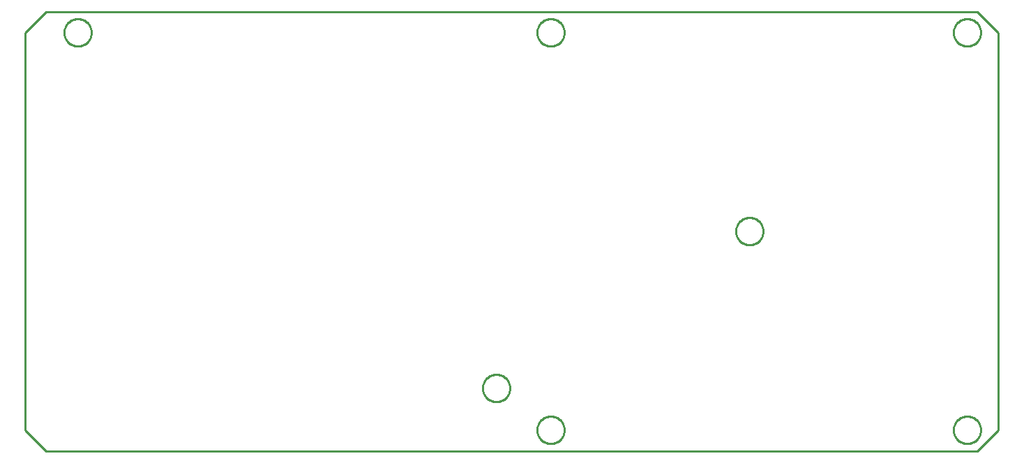
<source format=gbr>
G04 EAGLE Gerber RS-274X export*
G75*
%MOMM*%
%FSLAX34Y34*%
%LPD*%
%IN*%
%IPPOS*%
%AMOC8*
5,1,8,0,0,1.08239X$1,22.5*%
G01*
%ADD10C,0.254000*%


D10*
X0Y25400D02*
X25400Y0D01*
X1155700Y0D01*
X1181100Y25400D01*
X1181100Y508000D01*
X1155700Y533400D01*
X25400Y533400D01*
X0Y508000D01*
X0Y25400D01*
X895350Y266160D02*
X895279Y265081D01*
X895138Y264009D01*
X894927Y262949D01*
X894648Y261905D01*
X894300Y260881D01*
X893886Y259883D01*
X893408Y258913D01*
X892868Y257977D01*
X892267Y257078D01*
X891609Y256221D01*
X890897Y255408D01*
X890132Y254644D01*
X889319Y253931D01*
X888462Y253273D01*
X887563Y252672D01*
X886627Y252132D01*
X885657Y251654D01*
X884659Y251240D01*
X883635Y250892D01*
X882591Y250613D01*
X881531Y250402D01*
X880459Y250261D01*
X879380Y250190D01*
X878300Y250190D01*
X877221Y250261D01*
X876149Y250402D01*
X875089Y250613D01*
X874045Y250892D01*
X873021Y251240D01*
X872023Y251654D01*
X871053Y252132D01*
X870117Y252672D01*
X869218Y253273D01*
X868361Y253931D01*
X867548Y254644D01*
X866784Y255408D01*
X866071Y256221D01*
X865413Y257078D01*
X864812Y257977D01*
X864272Y258913D01*
X863794Y259883D01*
X863380Y260881D01*
X863032Y261905D01*
X862753Y262949D01*
X862542Y264009D01*
X862401Y265081D01*
X862330Y266160D01*
X862330Y267240D01*
X862401Y268319D01*
X862542Y269391D01*
X862753Y270451D01*
X863032Y271495D01*
X863380Y272519D01*
X863794Y273517D01*
X864272Y274487D01*
X864812Y275423D01*
X865413Y276322D01*
X866071Y277179D01*
X866784Y277992D01*
X867548Y278757D01*
X868361Y279469D01*
X869218Y280127D01*
X870117Y280728D01*
X871053Y281268D01*
X872023Y281746D01*
X873021Y282160D01*
X874045Y282508D01*
X875089Y282787D01*
X876149Y282998D01*
X877221Y283139D01*
X878300Y283210D01*
X879380Y283210D01*
X880459Y283139D01*
X881531Y282998D01*
X882591Y282787D01*
X883635Y282508D01*
X884659Y282160D01*
X885657Y281746D01*
X886627Y281268D01*
X887563Y280728D01*
X888462Y280127D01*
X889319Y279469D01*
X890132Y278757D01*
X890897Y277992D01*
X891609Y277179D01*
X892267Y276322D01*
X892868Y275423D01*
X893408Y274487D01*
X893886Y273517D01*
X894300Y272519D01*
X894648Y271495D01*
X894927Y270451D01*
X895138Y269391D01*
X895279Y268319D01*
X895350Y267240D01*
X895350Y266160D01*
X1159510Y507460D02*
X1159439Y506381D01*
X1159298Y505309D01*
X1159087Y504249D01*
X1158808Y503205D01*
X1158460Y502181D01*
X1158046Y501183D01*
X1157568Y500213D01*
X1157028Y499277D01*
X1156427Y498378D01*
X1155769Y497521D01*
X1155057Y496708D01*
X1154292Y495944D01*
X1153479Y495231D01*
X1152622Y494573D01*
X1151723Y493972D01*
X1150787Y493432D01*
X1149817Y492954D01*
X1148819Y492540D01*
X1147795Y492192D01*
X1146751Y491913D01*
X1145691Y491702D01*
X1144619Y491561D01*
X1143540Y491490D01*
X1142460Y491490D01*
X1141381Y491561D01*
X1140309Y491702D01*
X1139249Y491913D01*
X1138205Y492192D01*
X1137181Y492540D01*
X1136183Y492954D01*
X1135213Y493432D01*
X1134277Y493972D01*
X1133378Y494573D01*
X1132521Y495231D01*
X1131708Y495944D01*
X1130944Y496708D01*
X1130231Y497521D01*
X1129573Y498378D01*
X1128972Y499277D01*
X1128432Y500213D01*
X1127954Y501183D01*
X1127540Y502181D01*
X1127192Y503205D01*
X1126913Y504249D01*
X1126702Y505309D01*
X1126561Y506381D01*
X1126490Y507460D01*
X1126490Y508540D01*
X1126561Y509619D01*
X1126702Y510691D01*
X1126913Y511751D01*
X1127192Y512795D01*
X1127540Y513819D01*
X1127954Y514817D01*
X1128432Y515787D01*
X1128972Y516723D01*
X1129573Y517622D01*
X1130231Y518479D01*
X1130944Y519292D01*
X1131708Y520057D01*
X1132521Y520769D01*
X1133378Y521427D01*
X1134277Y522028D01*
X1135213Y522568D01*
X1136183Y523046D01*
X1137181Y523460D01*
X1138205Y523808D01*
X1139249Y524087D01*
X1140309Y524298D01*
X1141381Y524439D01*
X1142460Y524510D01*
X1143540Y524510D01*
X1144619Y524439D01*
X1145691Y524298D01*
X1146751Y524087D01*
X1147795Y523808D01*
X1148819Y523460D01*
X1149817Y523046D01*
X1150787Y522568D01*
X1151723Y522028D01*
X1152622Y521427D01*
X1153479Y520769D01*
X1154292Y520057D01*
X1155057Y519292D01*
X1155769Y518479D01*
X1156427Y517622D01*
X1157028Y516723D01*
X1157568Y515787D01*
X1158046Y514817D01*
X1158460Y513819D01*
X1158808Y512795D01*
X1159087Y511751D01*
X1159298Y510691D01*
X1159439Y509619D01*
X1159510Y508540D01*
X1159510Y507460D01*
X1159510Y24860D02*
X1159439Y23781D01*
X1159298Y22709D01*
X1159087Y21649D01*
X1158808Y20605D01*
X1158460Y19581D01*
X1158046Y18583D01*
X1157568Y17613D01*
X1157028Y16677D01*
X1156427Y15778D01*
X1155769Y14921D01*
X1155057Y14108D01*
X1154292Y13344D01*
X1153479Y12631D01*
X1152622Y11973D01*
X1151723Y11372D01*
X1150787Y10832D01*
X1149817Y10354D01*
X1148819Y9940D01*
X1147795Y9592D01*
X1146751Y9313D01*
X1145691Y9102D01*
X1144619Y8961D01*
X1143540Y8890D01*
X1142460Y8890D01*
X1141381Y8961D01*
X1140309Y9102D01*
X1139249Y9313D01*
X1138205Y9592D01*
X1137181Y9940D01*
X1136183Y10354D01*
X1135213Y10832D01*
X1134277Y11372D01*
X1133378Y11973D01*
X1132521Y12631D01*
X1131708Y13344D01*
X1130944Y14108D01*
X1130231Y14921D01*
X1129573Y15778D01*
X1128972Y16677D01*
X1128432Y17613D01*
X1127954Y18583D01*
X1127540Y19581D01*
X1127192Y20605D01*
X1126913Y21649D01*
X1126702Y22709D01*
X1126561Y23781D01*
X1126490Y24860D01*
X1126490Y25940D01*
X1126561Y27019D01*
X1126702Y28091D01*
X1126913Y29151D01*
X1127192Y30195D01*
X1127540Y31219D01*
X1127954Y32217D01*
X1128432Y33187D01*
X1128972Y34123D01*
X1129573Y35022D01*
X1130231Y35879D01*
X1130944Y36692D01*
X1131708Y37457D01*
X1132521Y38169D01*
X1133378Y38827D01*
X1134277Y39428D01*
X1135213Y39968D01*
X1136183Y40446D01*
X1137181Y40860D01*
X1138205Y41208D01*
X1139249Y41487D01*
X1140309Y41698D01*
X1141381Y41839D01*
X1142460Y41910D01*
X1143540Y41910D01*
X1144619Y41839D01*
X1145691Y41698D01*
X1146751Y41487D01*
X1147795Y41208D01*
X1148819Y40860D01*
X1149817Y40446D01*
X1150787Y39968D01*
X1151723Y39428D01*
X1152622Y38827D01*
X1153479Y38169D01*
X1154292Y37457D01*
X1155057Y36692D01*
X1155769Y35879D01*
X1156427Y35022D01*
X1157028Y34123D01*
X1157568Y33187D01*
X1158046Y32217D01*
X1158460Y31219D01*
X1158808Y30195D01*
X1159087Y29151D01*
X1159298Y28091D01*
X1159439Y27019D01*
X1159510Y25940D01*
X1159510Y24860D01*
X654050Y507460D02*
X653979Y506381D01*
X653838Y505309D01*
X653627Y504249D01*
X653348Y503205D01*
X653000Y502181D01*
X652586Y501183D01*
X652108Y500213D01*
X651568Y499277D01*
X650967Y498378D01*
X650309Y497521D01*
X649597Y496708D01*
X648832Y495944D01*
X648019Y495231D01*
X647162Y494573D01*
X646263Y493972D01*
X645327Y493432D01*
X644357Y492954D01*
X643359Y492540D01*
X642335Y492192D01*
X641291Y491913D01*
X640231Y491702D01*
X639159Y491561D01*
X638080Y491490D01*
X637000Y491490D01*
X635921Y491561D01*
X634849Y491702D01*
X633789Y491913D01*
X632745Y492192D01*
X631721Y492540D01*
X630723Y492954D01*
X629753Y493432D01*
X628817Y493972D01*
X627918Y494573D01*
X627061Y495231D01*
X626248Y495944D01*
X625484Y496708D01*
X624771Y497521D01*
X624113Y498378D01*
X623512Y499277D01*
X622972Y500213D01*
X622494Y501183D01*
X622080Y502181D01*
X621732Y503205D01*
X621453Y504249D01*
X621242Y505309D01*
X621101Y506381D01*
X621030Y507460D01*
X621030Y508540D01*
X621101Y509619D01*
X621242Y510691D01*
X621453Y511751D01*
X621732Y512795D01*
X622080Y513819D01*
X622494Y514817D01*
X622972Y515787D01*
X623512Y516723D01*
X624113Y517622D01*
X624771Y518479D01*
X625484Y519292D01*
X626248Y520057D01*
X627061Y520769D01*
X627918Y521427D01*
X628817Y522028D01*
X629753Y522568D01*
X630723Y523046D01*
X631721Y523460D01*
X632745Y523808D01*
X633789Y524087D01*
X634849Y524298D01*
X635921Y524439D01*
X637000Y524510D01*
X638080Y524510D01*
X639159Y524439D01*
X640231Y524298D01*
X641291Y524087D01*
X642335Y523808D01*
X643359Y523460D01*
X644357Y523046D01*
X645327Y522568D01*
X646263Y522028D01*
X647162Y521427D01*
X648019Y520769D01*
X648832Y520057D01*
X649597Y519292D01*
X650309Y518479D01*
X650967Y517622D01*
X651568Y516723D01*
X652108Y515787D01*
X652586Y514817D01*
X653000Y513819D01*
X653348Y512795D01*
X653627Y511751D01*
X653838Y510691D01*
X653979Y509619D01*
X654050Y508540D01*
X654050Y507460D01*
X654050Y24860D02*
X653979Y23781D01*
X653838Y22709D01*
X653627Y21649D01*
X653348Y20605D01*
X653000Y19581D01*
X652586Y18583D01*
X652108Y17613D01*
X651568Y16677D01*
X650967Y15778D01*
X650309Y14921D01*
X649597Y14108D01*
X648832Y13344D01*
X648019Y12631D01*
X647162Y11973D01*
X646263Y11372D01*
X645327Y10832D01*
X644357Y10354D01*
X643359Y9940D01*
X642335Y9592D01*
X641291Y9313D01*
X640231Y9102D01*
X639159Y8961D01*
X638080Y8890D01*
X637000Y8890D01*
X635921Y8961D01*
X634849Y9102D01*
X633789Y9313D01*
X632745Y9592D01*
X631721Y9940D01*
X630723Y10354D01*
X629753Y10832D01*
X628817Y11372D01*
X627918Y11973D01*
X627061Y12631D01*
X626248Y13344D01*
X625484Y14108D01*
X624771Y14921D01*
X624113Y15778D01*
X623512Y16677D01*
X622972Y17613D01*
X622494Y18583D01*
X622080Y19581D01*
X621732Y20605D01*
X621453Y21649D01*
X621242Y22709D01*
X621101Y23781D01*
X621030Y24860D01*
X621030Y25940D01*
X621101Y27019D01*
X621242Y28091D01*
X621453Y29151D01*
X621732Y30195D01*
X622080Y31219D01*
X622494Y32217D01*
X622972Y33187D01*
X623512Y34123D01*
X624113Y35022D01*
X624771Y35879D01*
X625484Y36692D01*
X626248Y37457D01*
X627061Y38169D01*
X627918Y38827D01*
X628817Y39428D01*
X629753Y39968D01*
X630723Y40446D01*
X631721Y40860D01*
X632745Y41208D01*
X633789Y41487D01*
X634849Y41698D01*
X635921Y41839D01*
X637000Y41910D01*
X638080Y41910D01*
X639159Y41839D01*
X640231Y41698D01*
X641291Y41487D01*
X642335Y41208D01*
X643359Y40860D01*
X644357Y40446D01*
X645327Y39968D01*
X646263Y39428D01*
X647162Y38827D01*
X648019Y38169D01*
X648832Y37457D01*
X649597Y36692D01*
X650309Y35879D01*
X650967Y35022D01*
X651568Y34123D01*
X652108Y33187D01*
X652586Y32217D01*
X653000Y31219D01*
X653348Y30195D01*
X653627Y29151D01*
X653838Y28091D01*
X653979Y27019D01*
X654050Y25940D01*
X654050Y24860D01*
X570960Y59690D02*
X569881Y59761D01*
X568809Y59902D01*
X567749Y60113D01*
X566705Y60392D01*
X565681Y60740D01*
X564683Y61154D01*
X563713Y61632D01*
X562777Y62172D01*
X561878Y62773D01*
X561021Y63431D01*
X560208Y64144D01*
X559444Y64908D01*
X558731Y65721D01*
X558073Y66578D01*
X557472Y67477D01*
X556932Y68413D01*
X556454Y69383D01*
X556040Y70381D01*
X555692Y71405D01*
X555413Y72449D01*
X555202Y73509D01*
X555061Y74581D01*
X554990Y75660D01*
X554990Y76740D01*
X555061Y77819D01*
X555202Y78891D01*
X555413Y79951D01*
X555692Y80995D01*
X556040Y82019D01*
X556454Y83017D01*
X556932Y83987D01*
X557472Y84923D01*
X558073Y85822D01*
X558731Y86679D01*
X559444Y87492D01*
X560208Y88257D01*
X561021Y88969D01*
X561878Y89627D01*
X562777Y90228D01*
X563713Y90768D01*
X564683Y91246D01*
X565681Y91660D01*
X566705Y92008D01*
X567749Y92287D01*
X568809Y92498D01*
X569881Y92639D01*
X570960Y92710D01*
X572040Y92710D01*
X573119Y92639D01*
X574191Y92498D01*
X575251Y92287D01*
X576295Y92008D01*
X577319Y91660D01*
X578317Y91246D01*
X579287Y90768D01*
X580223Y90228D01*
X581122Y89627D01*
X581979Y88969D01*
X582792Y88257D01*
X583557Y87492D01*
X584269Y86679D01*
X584927Y85822D01*
X585528Y84923D01*
X586068Y83987D01*
X586546Y83017D01*
X586960Y82019D01*
X587308Y80995D01*
X587587Y79951D01*
X587798Y78891D01*
X587939Y77819D01*
X588010Y76740D01*
X588010Y75660D01*
X587939Y74581D01*
X587798Y73509D01*
X587587Y72449D01*
X587308Y71405D01*
X586960Y70381D01*
X586546Y69383D01*
X586068Y68413D01*
X585528Y67477D01*
X584927Y66578D01*
X584269Y65721D01*
X583557Y64908D01*
X582792Y64144D01*
X581979Y63431D01*
X581122Y62773D01*
X580223Y62172D01*
X579287Y61632D01*
X578317Y61154D01*
X577319Y60740D01*
X576295Y60392D01*
X575251Y60113D01*
X574191Y59902D01*
X573119Y59761D01*
X572040Y59690D01*
X570960Y59690D01*
X62960Y491490D02*
X61881Y491561D01*
X60809Y491702D01*
X59749Y491913D01*
X58705Y492192D01*
X57681Y492540D01*
X56683Y492954D01*
X55713Y493432D01*
X54777Y493972D01*
X53878Y494573D01*
X53021Y495231D01*
X52208Y495944D01*
X51444Y496708D01*
X50731Y497521D01*
X50073Y498378D01*
X49472Y499277D01*
X48932Y500213D01*
X48454Y501183D01*
X48040Y502181D01*
X47692Y503205D01*
X47413Y504249D01*
X47202Y505309D01*
X47061Y506381D01*
X46990Y507460D01*
X46990Y508540D01*
X47061Y509619D01*
X47202Y510691D01*
X47413Y511751D01*
X47692Y512795D01*
X48040Y513819D01*
X48454Y514817D01*
X48932Y515787D01*
X49472Y516723D01*
X50073Y517622D01*
X50731Y518479D01*
X51444Y519292D01*
X52208Y520057D01*
X53021Y520769D01*
X53878Y521427D01*
X54777Y522028D01*
X55713Y522568D01*
X56683Y523046D01*
X57681Y523460D01*
X58705Y523808D01*
X59749Y524087D01*
X60809Y524298D01*
X61881Y524439D01*
X62960Y524510D01*
X64040Y524510D01*
X65119Y524439D01*
X66191Y524298D01*
X67251Y524087D01*
X68295Y523808D01*
X69319Y523460D01*
X70317Y523046D01*
X71287Y522568D01*
X72223Y522028D01*
X73122Y521427D01*
X73979Y520769D01*
X74792Y520057D01*
X75557Y519292D01*
X76269Y518479D01*
X76927Y517622D01*
X77528Y516723D01*
X78068Y515787D01*
X78546Y514817D01*
X78960Y513819D01*
X79308Y512795D01*
X79587Y511751D01*
X79798Y510691D01*
X79939Y509619D01*
X80010Y508540D01*
X80010Y507460D01*
X79939Y506381D01*
X79798Y505309D01*
X79587Y504249D01*
X79308Y503205D01*
X78960Y502181D01*
X78546Y501183D01*
X78068Y500213D01*
X77528Y499277D01*
X76927Y498378D01*
X76269Y497521D01*
X75557Y496708D01*
X74792Y495944D01*
X73979Y495231D01*
X73122Y494573D01*
X72223Y493972D01*
X71287Y493432D01*
X70317Y492954D01*
X69319Y492540D01*
X68295Y492192D01*
X67251Y491913D01*
X66191Y491702D01*
X65119Y491561D01*
X64040Y491490D01*
X62960Y491490D01*
M02*

</source>
